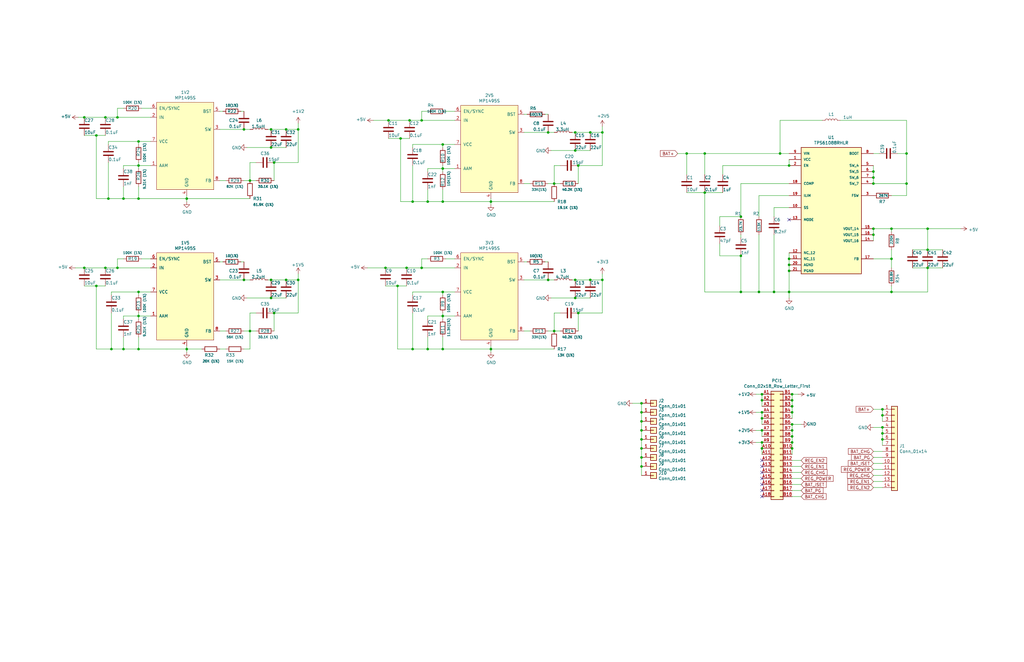
<source format=kicad_sch>
(kicad_sch (version 20211123) (generator eeschema)
  (paper "User" 431.8 279.4)
  (title_block (title "Fpga-USB3-Collector (DDR3_2G)"))
  (junction (at 58.42 123.19))
  (junction (at 243.84 69.85))
  (junction (at 45.72 83.82))
  (junction (at 270.51 181.61))
  (junction (at 297.18 64.77))
  (junction (at 102.87 118.11))
  (junction (at 254 55.88))
  (junction (at 391.16 113.03))
  (junction (at 332.74 109.22))
  (junction (at 180.34 147.32))
  (junction (at 254 118.11))
  (junction (at 334.01 181.61))
  (junction (at 115.57 68.58))
  (junction (at 58.42 59.69))
  (junction (at 167.64 120.65))
  (junction (at 186.69 60.96))
  (junction (at 320.04 123.19))
  (junction (at 372.11 172.72))
  (junction (at 186.69 71.12))
  (junction (at 243.84 132.08))
  (junction (at 231.14 55.88))
  (junction (at 372.11 185.42))
  (junction (at 382.27 64.77))
  (junction (at 270.51 170.18))
  (junction (at 171.45 113.03))
  (junction (at 312.42 91.44))
  (junction (at 334.01 168.91))
  (junction (at 242.57 55.88))
  (junction (at 391.16 105.41))
  (junction (at 321.31 173.99))
  (junction (at 375.92 123.19))
  (junction (at 321.31 168.91))
  (junction (at 270.51 177.8))
  (junction (at 46.99 147.32))
  (junction (at 58.42 83.82))
  (junction (at 44.45 113.03))
  (junction (at 168.91 58.42))
  (junction (at 207.01 85.09))
  (junction (at 334.01 166.37))
  (junction (at 173.99 147.32))
  (junction (at 207.01 147.32))
  (junction (at 382.27 77.47))
  (junction (at 49.53 113.03))
  (junction (at 270.51 193.04))
  (junction (at 321.31 166.37))
  (junction (at 321.31 189.23))
  (junction (at 114.3 62.23))
  (junction (at 242.57 63.5))
  (junction (at 270.51 189.23))
  (junction (at 332.74 114.3))
  (junction (at 172.72 50.8))
  (junction (at 231.14 118.11))
  (junction (at 35.56 49.53))
  (junction (at 177.8 113.03))
  (junction (at 375.92 109.22))
  (junction (at 40.64 57.15))
  (junction (at 78.74 147.32))
  (junction (at 44.45 49.53))
  (junction (at 114.3 125.73))
  (junction (at 120.65 118.11))
  (junction (at 368.3 99.06))
  (junction (at 186.69 133.35))
  (junction (at 58.42 147.32))
  (junction (at 372.11 175.26))
  (junction (at 326.39 123.19))
  (junction (at 332.74 69.85))
  (junction (at 321.31 181.61))
  (junction (at 334.01 184.15))
  (junction (at 334.01 189.23))
  (junction (at 270.51 173.99))
  (junction (at 186.69 147.32))
  (junction (at 52.07 147.32))
  (junction (at 297.18 81.28))
  (junction (at 78.74 83.82))
  (junction (at 375.92 96.52))
  (junction (at 242.57 118.11))
  (junction (at 372.11 182.88))
  (junction (at 105.41 76.2))
  (junction (at 321.31 186.69))
  (junction (at 270.51 185.42))
  (junction (at 334.01 173.99))
  (junction (at 186.69 123.19))
  (junction (at 289.56 64.77))
  (junction (at 162.56 113.03))
  (junction (at 58.42 69.85))
  (junction (at 368.3 77.47))
  (junction (at 328.93 64.77))
  (junction (at 368.3 96.52))
  (junction (at 248.92 55.88))
  (junction (at 102.87 54.61))
  (junction (at 105.41 139.7))
  (junction (at 233.68 77.47))
  (junction (at 114.3 118.11))
  (junction (at 177.8 50.8))
  (junction (at 334.01 171.45))
  (junction (at 52.07 83.82))
  (junction (at 332.74 123.19))
  (junction (at 186.69 85.09))
  (junction (at 332.74 111.76))
  (junction (at 270.51 196.85))
  (junction (at 58.42 133.35))
  (junction (at 173.99 85.09))
  (junction (at 125.73 118.11))
  (junction (at 233.68 139.7))
  (junction (at 312.42 107.95))
  (junction (at 35.56 113.03))
  (junction (at 372.11 180.34))
  (junction (at 368.3 74.93))
  (junction (at 115.57 132.08))
  (junction (at 40.64 120.65))
  (junction (at 368.3 72.39))
  (junction (at 334.01 179.07))
  (junction (at 180.34 85.09))
  (junction (at 242.57 125.73))
  (junction (at 120.65 54.61))
  (junction (at 334.01 186.69))
  (junction (at 125.73 54.61))
  (junction (at 49.53 49.53))
  (junction (at 312.42 123.19))
  (junction (at 163.83 50.8))
  (junction (at 114.3 54.61))
  (junction (at 248.92 118.11))
  (junction (at 321.31 176.53))
  (junction (at 391.16 96.52))
  (no_connect (at 321.31 204.47))
  (no_connect (at 321.31 196.85))
  (no_connect (at 321.31 201.93))
  (no_connect (at 321.31 194.31))
  (no_connect (at 321.31 209.55))
  (no_connect (at 332.74 92.71))
  (no_connect (at 321.31 199.39))
  (no_connect (at 321.31 207.01))
  (wire (pts (xy 326.39 87.63) (xy 326.39 91.44)))
  (wire (pts (xy 378.46 64.77) (xy 382.27 64.77)))
  (wire (pts (xy 58.42 123.19) (xy 63.5 123.19)))
  (wire (pts (xy 33.02 49.53) (xy 35.56 49.53)))
  (wire (pts (xy 35.56 49.53) (xy 44.45 49.53)))
  (wire (pts (xy 125.73 68.58) (xy 125.73 54.61)))
  (wire (pts (xy 180.34 71.12) (xy 180.34 72.39)))
  (wire (pts (xy 46.99 132.08) (xy 46.99 147.32)))
  (wire (pts (xy 297.18 64.77) (xy 289.56 64.77)))
  (wire (pts (xy 40.64 120.65) (xy 44.45 120.65)))
  (wire (pts (xy 270.51 185.42) (xy 270.51 189.23)))
  (wire (pts (xy 332.74 109.22) (xy 332.74 111.76)))
  (wire (pts (xy 101.6 110.49) (xy 102.87 110.49)))
  (wire (pts (xy 58.42 142.24) (xy 58.42 147.32)))
  (wire (pts (xy 334.01 189.23) (xy 334.01 191.77)))
  (wire (pts (xy 321.31 176.53) (xy 321.31 179.07)))
  (wire (pts (xy 154.94 113.03) (xy 162.56 113.03)))
  (wire (pts (xy 162.56 113.03) (xy 171.45 113.03)))
  (wire (pts (xy 105.41 139.7) (xy 105.41 132.08)))
  (wire (pts (xy 104.14 125.73) (xy 114.3 125.73)))
  (wire (pts (xy 114.3 125.73) (xy 120.65 125.73)))
  (wire (pts (xy 92.71 139.7) (xy 95.25 139.7)))
  (wire (pts (xy 231.14 55.88) (xy 233.68 55.88)))
  (wire (pts (xy 105.41 76.2) (xy 107.95 76.2)))
  (wire (pts (xy 368.3 69.85) (xy 368.3 72.39)))
  (wire (pts (xy 105.41 132.08) (xy 107.95 132.08)))
  (wire (pts (xy 173.99 123.19) (xy 173.99 124.46)))
  (wire (pts (xy 49.53 49.53) (xy 63.5 49.53)))
  (wire (pts (xy 52.07 142.24) (xy 52.07 147.32)))
  (wire (pts (xy 368.3 74.93) (xy 368.3 77.47)))
  (wire (pts (xy 45.72 59.69) (xy 45.72 60.96)))
  (wire (pts (xy 243.84 139.7) (xy 243.84 132.08)))
  (wire (pts (xy 337.82 204.47) (xy 334.01 204.47)))
  (wire (pts (xy 270.51 170.18) (xy 270.51 173.99)))
  (wire (pts (xy 334.01 186.69) (xy 334.01 189.23)))
  (wire (pts (xy 177.8 46.99) (xy 180.34 46.99)))
  (wire (pts (xy 312.42 107.95) (xy 312.42 123.19)))
  (wire (pts (xy 180.34 142.24) (xy 180.34 147.32)))
  (wire (pts (xy 254 69.85) (xy 254 55.88)))
  (wire (pts (xy 332.74 69.85) (xy 304.8 69.85)))
  (wire (pts (xy 172.72 50.8) (xy 177.8 50.8)))
  (wire (pts (xy 231.14 139.7) (xy 233.68 139.7)))
  (wire (pts (xy 102.87 76.2) (xy 105.41 76.2)))
  (wire (pts (xy 92.71 147.32) (xy 95.25 147.32)))
  (wire (pts (xy 254 132.08) (xy 254 118.11)))
  (wire (pts (xy 233.68 77.47) (xy 233.68 69.85)))
  (wire (pts (xy 102.87 118.11) (xy 105.41 118.11)))
  (wire (pts (xy 177.8 50.8) (xy 177.8 46.99)))
  (wire (pts (xy 115.57 139.7) (xy 115.57 132.08)))
  (wire (pts (xy 368.3 200.66) (xy 372.11 200.66)))
  (wire (pts (xy 337.82 196.85) (xy 334.01 196.85)))
  (wire (pts (xy 326.39 99.06) (xy 326.39 123.19)))
  (wire (pts (xy 92.71 46.99) (xy 93.98 46.99)))
  (wire (pts (xy 45.72 68.58) (xy 45.72 83.82)))
  (wire (pts (xy 297.18 73.66) (xy 297.18 64.77)))
  (wire (pts (xy 303.53 107.95) (xy 312.42 107.95)))
  (wire (pts (xy 168.91 58.42) (xy 172.72 58.42)))
  (wire (pts (xy 115.57 68.58) (xy 125.73 68.58)))
  (wire (pts (xy 382.27 64.77) (xy 382.27 77.47)))
  (wire (pts (xy 337.82 199.39) (xy 334.01 199.39)))
  (wire (pts (xy 289.56 64.77) (xy 285.75 64.77)))
  (wire (pts (xy 105.41 76.2) (xy 105.41 68.58)))
  (wire (pts (xy 157.48 50.8) (xy 163.83 50.8)))
  (wire (pts (xy 163.83 50.8) (xy 172.72 50.8)))
  (wire (pts (xy 233.68 139.7) (xy 233.68 132.08)))
  (wire (pts (xy 187.96 109.22) (xy 191.77 109.22)))
  (wire (pts (xy 207.01 147.32) (xy 233.68 147.32)))
  (wire (pts (xy 334.01 168.91) (xy 334.01 171.45)))
  (wire (pts (xy 375.92 105.41) (xy 375.92 109.22)))
  (wire (pts (xy 382.27 77.47) (xy 382.27 82.55)))
  (wire (pts (xy 346.71 50.8) (xy 328.93 50.8)))
  (wire (pts (xy 375.92 96.52) (xy 391.16 96.52)))
  (wire (pts (xy 334.01 184.15) (xy 334.01 186.69)))
  (wire (pts (xy 186.69 133.35) (xy 186.69 134.62)))
  (wire (pts (xy 63.5 133.35) (xy 58.42 133.35)))
  (wire (pts (xy 52.07 147.32) (xy 58.42 147.32)))
  (wire (pts (xy 78.74 85.09) (xy 78.74 83.82)))
  (wire (pts (xy 233.68 69.85) (xy 236.22 69.85)))
  (wire (pts (xy 191.77 60.96) (xy 186.69 60.96)))
  (wire (pts (xy 180.34 85.09) (xy 173.99 85.09)))
  (wire (pts (xy 58.42 132.08) (xy 58.42 133.35)))
  (wire (pts (xy 115.57 132.08) (xy 125.73 132.08)))
  (wire (pts (xy 125.73 54.61) (xy 125.73 52.07)))
  (wire (pts (xy 187.96 46.99) (xy 191.77 46.99)))
  (wire (pts (xy 186.69 71.12) (xy 180.34 71.12)))
  (wire (pts (xy 220.98 77.47) (xy 223.52 77.47)))
  (wire (pts (xy 40.64 120.65) (xy 40.64 147.32)))
  (wire (pts (xy 334.01 173.99) (xy 334.01 176.53)))
  (wire (pts (xy 125.73 118.11) (xy 125.73 115.57)))
  (wire (pts (xy 320.04 123.19) (xy 326.39 123.19)))
  (wire (pts (xy 334.01 166.37) (xy 334.01 168.91)))
  (wire (pts (xy 186.69 85.09) (xy 207.01 85.09)))
  (wire (pts (xy 368.3 203.2) (xy 372.11 203.2)))
  (wire (pts (xy 102.87 147.32) (xy 105.41 147.32)))
  (wire (pts (xy 229.87 110.49) (xy 231.14 110.49)))
  (wire (pts (xy 167.64 120.65) (xy 167.64 147.32)))
  (wire (pts (xy 368.3 190.5) (xy 372.11 190.5)))
  (wire (pts (xy 58.42 59.69) (xy 58.42 60.96)))
  (wire (pts (xy 318.77 166.37) (xy 321.31 166.37)))
  (wire (pts (xy 220.98 110.49) (xy 222.25 110.49)))
  (wire (pts (xy 321.31 181.61) (xy 321.31 184.15)))
  (wire (pts (xy 63.5 59.69) (xy 58.42 59.69)))
  (wire (pts (xy 297.18 81.28) (xy 297.18 123.19)))
  (wire (pts (xy 233.68 77.47) (xy 236.22 77.47)))
  (wire (pts (xy 173.99 85.09) (xy 173.99 69.85)))
  (wire (pts (xy 186.69 71.12) (xy 186.69 72.39)))
  (wire (pts (xy 191.77 123.19) (xy 186.69 123.19)))
  (wire (pts (xy 186.69 80.01) (xy 186.69 85.09)))
  (wire (pts (xy 321.31 168.91) (xy 321.31 171.45)))
  (wire (pts (xy 368.3 96.52) (xy 368.3 99.06)))
  (wire (pts (xy 232.41 63.5) (xy 242.57 63.5)))
  (wire (pts (xy 242.57 63.5) (xy 248.92 63.5)))
  (wire (pts (xy 167.64 147.32) (xy 173.99 147.32)))
  (wire (pts (xy 303.53 102.87) (xy 303.53 107.95)))
  (wire (pts (xy 321.31 166.37) (xy 321.31 168.91)))
  (wire (pts (xy 177.8 113.03) (xy 177.8 109.22)))
  (wire (pts (xy 332.74 67.31) (xy 332.74 69.85)))
  (wire (pts (xy 312.42 99.06) (xy 312.42 100.33)))
  (wire (pts (xy 173.99 147.32) (xy 180.34 147.32)))
  (wire (pts (xy 337.82 209.55) (xy 334.01 209.55)))
  (wire (pts (xy 321.31 186.69) (xy 321.31 189.23)))
  (wire (pts (xy 332.74 77.47) (xy 312.42 77.47)))
  (wire (pts (xy 312.42 123.19) (xy 320.04 123.19)))
  (wire (pts (xy 52.07 69.85) (xy 52.07 71.12)))
  (wire (pts (xy 254 118.11) (xy 254 115.57)))
  (wire (pts (xy 49.53 113.03) (xy 49.53 109.22)))
  (wire (pts (xy 52.07 78.74) (xy 52.07 83.82)))
  (wire (pts (xy 254 55.88) (xy 254 53.34)))
  (wire (pts (xy 35.56 120.65) (xy 40.64 120.65)))
  (wire (pts (xy 186.69 133.35) (xy 180.34 133.35)))
  (wire (pts (xy 173.99 60.96) (xy 186.69 60.96)))
  (wire (pts (xy 207.01 148.59) (xy 207.01 147.32)))
  (wire (pts (xy 337.82 201.93) (xy 334.01 201.93)))
  (wire (pts (xy 44.45 113.03) (xy 49.53 113.03)))
  (wire (pts (xy 372.11 175.26) (xy 372.11 177.8)))
  (wire (pts (xy 233.68 139.7) (xy 236.22 139.7)))
  (wire (pts (xy 78.74 148.59) (xy 78.74 147.32)))
  (wire (pts (xy 368.3 64.77) (xy 370.84 64.77)))
  (wire (pts (xy 375.92 123.19) (xy 391.16 123.19)))
  (wire (pts (xy 105.41 68.58) (xy 107.95 68.58)))
  (wire (pts (xy 163.83 58.42) (xy 168.91 58.42)))
  (wire (pts (xy 368.3 180.34) (xy 372.11 180.34)))
  (wire (pts (xy 334.01 171.45) (xy 334.01 173.99)))
  (wire (pts (xy 58.42 123.19) (xy 58.42 124.46)))
  (wire (pts (xy 63.5 69.85) (xy 58.42 69.85)))
  (wire (pts (xy 318.77 186.69) (xy 321.31 186.69)))
  (wire (pts (xy 113.03 118.11) (xy 114.3 118.11)))
  (wire (pts (xy 114.3 118.11) (xy 120.65 118.11)))
  (wire (pts (xy 120.65 118.11) (xy 125.73 118.11)))
  (wire (pts (xy 318.77 181.61) (xy 321.31 181.61)))
  (wire (pts (xy 125.73 132.08) (xy 125.73 118.11)))
  (wire (pts (xy 232.41 125.73) (xy 242.57 125.73)))
  (wire (pts (xy 242.57 125.73) (xy 248.92 125.73)))
  (wire (pts (xy 368.3 109.22) (xy 375.92 109.22)))
  (wire (pts (xy 229.87 48.26) (xy 231.14 48.26)))
  (wire (pts (xy 372.11 182.88) (xy 372.11 185.42)))
  (wire (pts (xy 303.53 91.44) (xy 303.53 95.25)))
  (wire (pts (xy 368.3 193.04) (xy 372.11 193.04)))
  (wire (pts (xy 337.82 194.31) (xy 334.01 194.31)))
  (wire (pts (xy 336.55 166.37) (xy 334.01 166.37)))
  (wire (pts (xy 46.99 123.19) (xy 58.42 123.19)))
  (wire (pts (xy 304.8 69.85) (xy 304.8 73.66)))
  (wire (pts (xy 58.42 69.85) (xy 58.42 71.12)))
  (wire (pts (xy 326.39 123.19) (xy 332.74 123.19)))
  (wire (pts (xy 59.69 45.72) (xy 63.5 45.72)))
  (wire (pts (xy 167.64 120.65) (xy 171.45 120.65)))
  (wire (pts (xy 180.34 80.01) (xy 180.34 85.09)))
  (wire (pts (xy 270.51 170.18) (xy 266.7 170.18)))
  (wire (pts (xy 332.74 64.77) (xy 328.93 64.77)))
  (wire (pts (xy 40.64 57.15) (xy 44.45 57.15)))
  (wire (pts (xy 180.34 85.09) (xy 186.69 85.09)))
  (wire (pts (xy 186.69 60.96) (xy 186.69 62.23)))
  (wire (pts (xy 186.69 142.24) (xy 186.69 147.32)))
  (wire (pts (xy 177.8 109.22) (xy 180.34 109.22)))
  (wire (pts (xy 375.92 123.19) (xy 375.92 120.65)))
  (wire (pts (xy 173.99 132.08) (xy 173.99 147.32)))
  (wire (pts (xy 78.74 82.55) (xy 78.74 83.82)))
  (wire (pts (xy 231.14 118.11) (xy 233.68 118.11)))
  (wire (pts (xy 318.77 173.99) (xy 321.31 173.99)))
  (wire (pts (xy 58.42 68.58) (xy 58.42 69.85)))
  (wire (pts (xy 243.84 77.47) (xy 243.84 69.85)))
  (wire (pts (xy 368.3 96.52) (xy 375.92 96.52)))
  (wire (pts (xy 391.16 105.41) (xy 397.51 105.41)))
  (wire (pts (xy 303.53 91.44) (xy 312.42 91.44)))
  (wire (pts (xy 270.51 173.99) (xy 270.51 177.8)))
  (wire (pts (xy 115.57 76.2) (xy 115.57 68.58)))
  (wire (pts (xy 162.56 120.65) (xy 167.64 120.65)))
  (wire (pts (xy 354.33 50.8) (xy 382.27 50.8)))
  (wire (pts (xy 40.64 147.32) (xy 46.99 147.32)))
  (wire (pts (xy 58.42 59.69) (xy 45.72 59.69)))
  (wire (pts (xy 171.45 113.03) (xy 177.8 113.03)))
  (wire (pts (xy 320.04 99.06) (xy 320.04 123.19)))
  (wire (pts (xy 270.51 193.04) (xy 270.51 196.85)))
  (wire (pts (xy 177.8 113.03) (xy 191.77 113.03)))
  (wire (pts (xy 92.71 110.49) (xy 93.98 110.49)))
  (wire (pts (xy 372.11 185.42) (xy 372.11 187.96)))
  (wire (pts (xy 52.07 133.35) (xy 58.42 133.35)))
  (wire (pts (xy 207.01 83.82) (xy 207.01 85.09)))
  (wire (pts (xy 382.27 82.55) (xy 375.92 82.55)))
  (wire (pts (xy 241.3 118.11) (xy 242.57 118.11)))
  (wire (pts (xy 242.57 118.11) (xy 248.92 118.11)))
  (wire (pts (xy 248.92 118.11) (xy 254 118.11)))
  (wire (pts (xy 233.68 132.08) (xy 236.22 132.08)))
  (wire (pts (xy 372.11 180.34) (xy 372.11 182.88)))
  (wire (pts (xy 46.99 147.32) (xy 52.07 147.32)))
  (wire (pts (xy 332.74 82.55) (xy 320.04 82.55)))
  (wire (pts (xy 304.8 81.28) (xy 297.18 81.28)))
  (wire (pts (xy 289.56 73.66) (xy 289.56 64.77)))
  (wire (pts (xy 177.8 50.8) (xy 191.77 50.8)))
  (wire (pts (xy 105.41 139.7) (xy 107.95 139.7)))
  (wire (pts (xy 332.74 125.73) (xy 332.74 123.19)))
  (wire (pts (xy 405.13 96.52) (xy 391.16 96.52)))
  (wire (pts (xy 78.74 146.05) (xy 78.74 147.32)))
  (wire (pts (xy 49.53 45.72) (xy 52.07 45.72)))
  (wire (pts (xy 270.51 177.8) (xy 270.51 181.61)))
  (wire (pts (xy 168.91 85.09) (xy 173.99 85.09)))
  (wire (pts (xy 31.75 113.03) (xy 35.56 113.03)))
  (wire (pts (xy 35.56 113.03) (xy 44.45 113.03)))
  (wire (pts (xy 58.42 78.74) (xy 58.42 83.82)))
  (wire (pts (xy 186.69 69.85) (xy 186.69 71.12)))
  (wire (pts (xy 231.14 77.47) (xy 233.68 77.47)))
  (wire (pts (xy 186.69 123.19) (xy 186.69 124.46)))
  (wire (pts (xy 243.84 69.85) (xy 254 69.85)))
  (wire (pts (xy 270.51 189.23) (xy 270.51 193.04)))
  (wire (pts (xy 368.3 101.6) (xy 368.3 99.06)))
  (wire (pts (xy 191.77 71.12) (xy 186.69 71.12)))
  (wire (pts (xy 191.77 133.35) (xy 186.69 133.35)))
  (wire (pts (xy 40.64 83.82) (xy 45.72 83.82)))
  (wire (pts (xy 102.87 54.61) (xy 105.41 54.61)))
  (wire (pts (xy 312.42 77.47) (xy 312.42 91.44)))
  (wire (pts (xy 334.01 179.07) (xy 334.01 181.61)))
  (wire (pts (xy 59.69 109.22) (xy 63.5 109.22)))
  (wire (pts (xy 44.45 49.53) (xy 49.53 49.53)))
  (wire (pts (xy 375.92 109.22) (xy 375.92 113.03)))
  (wire (pts (xy 52.07 83.82) (xy 58.42 83.82)))
  (wire (pts (xy 368.3 77.47) (xy 382.27 77.47)))
  (wire (pts (xy 368.3 198.12) (xy 372.11 198.12)))
  (wire (pts (xy 382.27 50.8) (xy 382.27 64.77)))
  (wire (pts (xy 328.93 50.8) (xy 328.93 64.77)))
  (wire (pts (xy 78.74 147.32) (xy 85.09 147.32)))
  (wire (pts (xy 320.04 82.55) (xy 320.04 91.44)))
  (wire (pts (xy 220.98 48.26) (xy 222.25 48.26)))
  (wire (pts (xy 92.71 54.61) (xy 102.87 54.61)))
  (wire (pts (xy 391.16 113.03) (xy 391.16 123.19)))
  (wire (pts (xy 45.72 83.82) (xy 52.07 83.82)))
  (wire (pts (xy 180.34 133.35) (xy 180.34 134.62)))
  (wire (pts (xy 58.42 133.35) (xy 58.42 134.62)))
  (wire (pts (xy 334.01 181.61) (xy 334.01 184.15)))
  (wire (pts (xy 46.99 123.19) (xy 46.99 124.46)))
  (wire (pts (xy 332.74 114.3) (xy 332.74 123.19)))
  (wire (pts (xy 397.51 113.03) (xy 391.16 113.03)))
  (wire (pts (xy 49.53 49.53) (xy 49.53 45.72)))
  (wire (pts (xy 92.71 118.11) (xy 102.87 118.11)))
  (wire (pts (xy 113.03 54.61) (xy 114.3 54.61)))
  (wire (pts (xy 114.3 54.61) (xy 120.65 54.61)))
  (wire (pts (xy 120.65 54.61) (xy 125.73 54.61)))
  (wire (pts (xy 168.91 58.42) (xy 168.91 85.09)))
  (wire (pts (xy 105.41 147.32) (xy 105.41 139.7)))
  (wire (pts (xy 35.56 57.15) (xy 40.64 57.15)))
  (wire (pts (xy 49.53 113.03) (xy 63.5 113.03)))
  (wire (pts (xy 368.3 195.58) (xy 372.11 195.58)))
  (wire (pts (xy 270.51 181.61) (xy 270.51 185.42)))
  (wire (pts (xy 58.42 147.32) (xy 78.74 147.32)))
  (wire (pts (xy 241.3 55.88) (xy 242.57 55.88)))
  (wire (pts (xy 242.57 55.88) (xy 248.92 55.88)))
  (wire (pts (xy 248.92 55.88) (xy 254 55.88)))
  (wire (pts (xy 186.69 147.32) (xy 207.01 147.32)))
  (wire (pts (xy 368.3 72.39) (xy 368.3 74.93)))
  (wire (pts (xy 384.81 105.41) (xy 391.16 105.41)))
  (wire (pts (xy 207.01 146.05) (xy 207.01 147.32)))
  (wire (pts (xy 220.98 55.88) (xy 231.14 55.88)))
  (wire (pts (xy 375.92 123.19) (xy 332.74 123.19)))
  (wire (pts (xy 58.42 69.85) (xy 52.07 69.85)))
  (wire (pts (xy 180.34 147.32) (xy 186.69 147.32)))
  (wire (pts (xy 270.51 196.85) (xy 270.51 200.66)))
  (wire (pts (xy 104.14 62.23) (xy 114.3 62.23)))
  (wire (pts (xy 114.3 62.23) (xy 120.65 62.23)))
  (wire (pts (xy 337.82 207.01) (xy 334.01 207.01)))
  (wire (pts (xy 368.3 172.72) (xy 372.11 172.72)))
  (wire (pts (xy 173.99 62.23) (xy 173.99 60.96)))
  (wire (pts (xy 102.87 139.7) (xy 105.41 139.7)))
  (wire (pts (xy 297.18 123.19) (xy 312.42 123.19)))
  (wire (pts (xy 207.01 86.36) (xy 207.01 85.09)))
  (wire (pts (xy 384.81 113.03) (xy 391.16 113.03)))
  (wire (pts (xy 391.16 105.41) (xy 391.16 96.52)))
  (wire (pts (xy 321.31 173.99) (xy 321.31 176.53)))
  (wire (pts (xy 332.74 106.68) (xy 332.74 109.22)))
  (wire (pts (xy 297.18 81.28) (xy 289.56 81.28)))
  (wire (pts (xy 372.11 172.72) (xy 372.11 175.26)))
  (wire (pts (xy 321.31 189.23) (xy 321.31 191.77)))
  (wire (pts (xy 101.6 46.99) (xy 102.87 46.99)))
  (wire (pts (xy 243.84 132.08) (xy 254 132.08)))
  (wire (pts (xy 78.74 83.82) (xy 105.41 83.82)))
  (wire (pts (xy 40.64 57.15) (xy 40.64 83.82)))
  (wire (pts (xy 207.01 85.09) (xy 233.68 85.09)))
  (wire (pts (xy 49.53 109.22) (xy 52.07 109.22)))
  (wire (pts (xy 334.01 179.07) (xy 337.82 179.07)))
  (wire (pts (xy 368.3 205.74) (xy 372.11 205.74)))
  (wire (pts (xy 220.98 139.7) (xy 223.52 139.7)))
  (wire (pts (xy 220.98 118.11) (xy 231.14 118.11)))
  (wire (pts (xy 375.92 96.52) (xy 375.92 97.79)))
  (wire (pts (xy 52.07 133.35) (xy 52.07 134.62)))
  (wire (pts (xy 328.93 64.77) (xy 297.18 64.77)))
  (wire (pts (xy 186.69 123.19) (xy 173.99 123.19)))
  (wire (pts (xy 58.42 83.82) (xy 78.74 83.82)))
  (wire (pts (xy 92.71 76.2) (xy 95.25 76.2)))
  (wire (pts (xy 332.74 111.76) (xy 332.74 114.3)))
  (wire (pts (xy 186.69 132.08) (xy 186.69 133.35)))
  (wire (pts (xy 332.74 87.63) (xy 326.39 87.63)))
  (global_label "BAT_ISET" (shape input) (at 337.82 204.47 0) (property "Intersheet References" "${INTERSHEET_REFS}" (effects hide)))
  (global_label "REG_POWER" (shape input) (at 368.3 198.12 180) (property "Intersheet References" "${INTERSHEET_REFS}" (effects hide)))
  (global_label "REG_CHG" (shape input) (at 337.82 199.39 0) (property "Intersheet References" "${INTERSHEET_REFS}" (effects hide)))
  (global_label "REG_CHG" (shape input) (at 368.3 200.66 180) (property "Intersheet References" "${INTERSHEET_REFS}" (effects hide)))
  (global_label "BAT_CHG" (shape input) (at 337.82 209.55 0) (property "Intersheet References" "${INTERSHEET_REFS}" (effects hide)))
  (global_label "BAT+" (shape input) (at 368.3 172.72 180) (property "Intersheet References" "${INTERSHEET_REFS}" (effects hide)))
  (global_label "BAT_PG" (shape input) (at 337.82 207.01 0) (property "Intersheet References" "${INTERSHEET_REFS}" (effects hide)))
  (global_label "REG_POWER" (shape input) (at 337.82 201.93 0) (property "Intersheet References" "${INTERSHEET_REFS}" (effects hide)))
  (global_label "BAT+" (shape input) (at 285.75 64.77 180) (property "Intersheet References" "${INTERSHEET_REFS}" (effects hide)))
  (global_label "BAT_PG" (shape input) (at 368.3 193.04 180) (property "Intersheet References" "${INTERSHEET_REFS}" (effects hide)))
  (global_label "REG_EN1" (shape input) (at 368.3 203.2 180) (property "Intersheet References" "${INTERSHEET_REFS}" (effects hide)))
  (global_label "BAT_CHG" (shape input) (at 368.3 190.5 180) (property "Intersheet References" "${INTERSHEET_REFS}" (effects hide)))
  (global_label "BAT_ISET" (shape input) (at 368.3 195.58 180) (property "Intersheet References" "${INTERSHEET_REFS}" (effects hide)))
  (global_label "REG_EN1" (shape input) (at 337.82 196.85 0) (property "Intersheet References" "${INTERSHEET_REFS}" (effects hide)))
  (global_label "REG_EN2" (shape input) (at 368.3 205.74 180) (property "Intersheet References" "${INTERSHEET_REFS}" (effects hide)))
  (global_label "REG_EN2" (shape input) (at 337.82 194.31 0) (property "Intersheet References" "${INTERSHEET_REFS}" (effects hide)))
  (symbol (lib_id "TPS61088RHLR:TPS61088RHLR") (at 350.52 87.63 0) (unit 1)
    (property "Reference" "U1" (at 350.52 57.9882 0))
    (property "Value" "TPS61088RHLR" (at 350.52 60.2996 0))
    (property "Footprint" "IC_TPS61088RHLR" (effects hide))
    (property "MAXIMUM_PACKAGE_HEIGHT" "1.00mm" (effects hide))
    (property "STANDARD" "Manufacturer Recommendations" (effects hide))
    (property "PARTREV" "4219071/A 05/2017" (effects hide))
    (property "MANUFACTURER" "Texas Instruments" (effects hide))
  )
  (symbol (lib_id "PCI:PCIx1") (at 327.66 186.69 0) (unit 1)
    (property "Reference" "PCI1" (at 327.66 160.655 0))
    (property "Value" "Conn_02x18_Row_Letter_First" (at 327.66 162.9664 0))
    (property "Footprint" "Connector_PCBEdge:BUS_PCIexpress_x1" (effects hide))
  )
  (symbol (lib_id "Device:C") (at 297.18 77.47 0) (unit 1)
    (property "Reference" "C2" (at 297.18 74.93 0) (effects (justify left)))
    (property "Value" "0.1uF" (at 297.18 80.01 0) (effects (justify left)))
    (property "Footprint" "Capacitor_SMD:C_0402_1005Metric" (effects hide))
  )
  (symbol (lib_id "Device:C") (at 289.56 77.47 0) (unit 1)
    (property "Reference" "C1" (at 289.56 74.93 0) (effects (justify left)))
    (property "Value" "10uF" (at 289.56 80.01 0) (effects (justify left)))
    (property "Footprint" "Capacitor_SMD:C_0603_1608Metric" (effects hide))
  )
  (symbol (lib_id "Device:C") (at 304.8 77.47 0) (unit 1)
    (property "Reference" "C4" (at 304.8 74.93 0) (effects (justify left)))
    (property "Value" "1uF" (at 304.8 80.01 0) (effects (justify left)))
    (property "Footprint" "Capacitor_SMD:C_0402_1005Metric" (effects hide))
  )
  (symbol (lib_id "Device:C") (at 303.53 99.06 0) (unit 1)
    (property "Reference" "C3" (at 303.53 96.52 0) (effects (justify left)))
    (property "Value" "47pF" (at 303.53 101.6 0) (effects (justify left)))
    (property "Footprint" "Capacitor_SMD:C_0402_1005Metric" (effects hide))
  )
  (symbol (lib_id "Device:R") (at 312.42 95.25 0) (unit 1)
    (property "Reference" "R1" (at 309.88 90.17 0) (effects (justify left)))
    (property "Value" "23.7K" (at 312.42 97.79 90) (effects (font (size 0.9906 0.9906) bold) (justify left)))
    (property "Footprint" "Resistor_SMD:R_0402_1005Metric" (effects hide))
  )
  (symbol (lib_id "Device:R") (at 320.04 95.25 0) (unit 1)
    (property "Reference" "R2" (at 317.5 90.17 0) (effects (justify left)))
    (property "Value" "113K" (at 320.04 97.79 90) (effects (font (size 0.9906 0.9906) bold) (justify left)))
    (property "Footprint" "Resistor_SMD:R_0402_1005Metric" (effects hide))
  )
  (symbol (lib_id "Device:C") (at 326.39 95.25 0) (unit 1)
    (property "Reference" "C6" (at 326.39 92.71 0) (effects (justify left)))
    (property "Value" "8.2nF" (at 326.39 97.79 0) (effects (justify left)))
    (property "Footprint" "Capacitor_SMD:C_0402_1005Metric" (effects hide))
  )
  (symbol (lib_id "Device:C") (at 397.51 109.22 0) (unit 1)
    (property "Reference" "C42" (at 397.51 106.68 0) (effects (justify left)))
    (property "Value" "22uF" (at 397.51 111.76 0) (effects (justify left)))
    (property "Footprint" "Capacitor_SMD:C_0603_1608Metric" (effects hide))
  )
  (symbol (lib_id "Device:C") (at 312.42 104.14 0) (unit 1)
    (property "Reference" "C5" (at 312.42 101.6 0) (effects (justify left)))
    (property "Value" "1nF" (at 312.42 106.68 0) (effects (justify left)))
    (property "Footprint" "Capacitor_SMD:C_0402_1005Metric" (effects hide))
  )
  (symbol (lib_id "power:+1V2") (at 318.77 166.37 90) (unit 1)
    (property "Reference" "#PWR0105" (effects hide))
    (property "Value" "+1V2" (at 313.69 166.37 90))
  )
  (symbol (lib_id "power:+1V5") (at 318.77 173.99 90) (mirror x) (unit 1)
    (property "Reference" "#PWR0106" (effects hide))
    (property "Value" "+1V5" (at 316.23 173.99 90) (effects (justify left)))
  )
  (symbol (lib_id "power:+2V5") (at 318.77 181.61 90) (unit 1)
    (property "Reference" "#PWR0107" (effects hide))
    (property "Value" "+2V5" (at 313.69 181.61 90))
  )
  (symbol (lib_id "power:+3V3") (at 318.77 186.69 90) (unit 1)
    (property "Reference" "#PWR0108" (effects hide))
    (property "Value" "+3V3" (at 313.69 186.69 90))
  )
  (symbol (lib_id "Connector_Generic:Conn_01x01") (at 275.59 170.18 0) (unit 1)
    (property "Reference" "J2" (at 277.622 169.1132 0) (effects (justify left)))
    (property "Value" "Conn_01x01" (at 277.622 171.4246 0) (effects (justify left)))
    (property "Footprint" "Lib:pad-6-1.5" (effects hide))
  )
  (symbol (lib_id "Connector_Generic:Conn_01x01") (at 275.59 173.99 0) (unit 1)
    (property "Reference" "J3" (at 277.622 172.9232 0) (effects (justify left)))
    (property "Value" "Conn_01x01" (at 277.622 175.2346 0) (effects (justify left)))
    (property "Footprint" "Lib:pad-6-1.5" (effects hide))
  )
  (symbol (lib_id "Device:C") (at 374.65 64.77 90) (unit 1)
    (property "Reference" "C39" (at 372.11 64.77 0) (effects (justify left)))
    (property "Value" "0.1uF" (at 377.19 64.77 0) (effects (justify left)))
    (property "Footprint" "Capacitor_SMD:C_0402_1005Metric" (effects hide))
  )
  (symbol (lib_id "Connector_Generic:Conn_01x01") (at 275.59 177.8 0) (unit 1)
    (property "Reference" "J4" (at 277.622 176.7332 0) (effects (justify left)))
    (property "Value" "Conn_01x01" (at 277.622 179.0446 0) (effects (justify left)))
    (property "Footprint" "Lib:pad-6-1.5" (effects hide))
  )
  (symbol (lib_id "power:+5V") (at 33.02 49.53 90) (unit 1)
    (property "Reference" "#PWR0101" (effects hide))
    (property "Value" "+5V" (at 29.7688 49.149 90) (effects (justify left)))
  )
  (symbol (lib_id "power:+5V") (at 31.75 113.03 90) (unit 1)
    (property "Reference" "#PWR0102" (effects hide))
    (property "Value" "+5V" (at 28.4988 112.649 90) (effects (justify left)))
  )
  (symbol (lib_id "power:+5V") (at 157.48 50.8 90) (unit 1)
    (property "Reference" "#PWR0103" (effects hide))
    (property "Value" "+5V" (at 154.2288 50.419 90) (effects (justify left)))
  )
  (symbol (lib_id "Connector_Generic:Conn_01x01") (at 275.59 181.61 0) (unit 1)
    (property "Reference" "J5" (at 277.622 180.5432 0) (effects (justify left)))
    (property "Value" "Conn_01x01" (at 277.622 182.8546 0) (effects (justify left)))
    (property "Footprint" "Lib:pad-6-1.5" (effects hide))
  )
  (symbol (lib_id "power:+5V") (at 154.94 113.03 90) (unit 1)
    (property "Reference" "#PWR0104" (effects hide))
    (property "Value" "+5V" (at 151.6888 112.649 90) (effects (justify left)))
  )
  (symbol (lib_id "Device:R") (at 372.11 82.55 90) (unit 1)
    (property "Reference" "R7" (at 373.38 85.09 90) (effects (justify left)))
    (property "Value" "267K" (at 374.65 82.55 90) (effects (font (size 0.9906 0.9906) bold) (justify left)))
    (property "Footprint" "Resistor_SMD:R_0402_1005Metric" (effects hide))
  )
  (symbol (lib_id "Connector_Generic:Conn_01x01") (at 275.59 185.42 0) (unit 1)
    (property "Reference" "J6" (at 277.622 184.3532 0) (effects (justify left)))
    (property "Value" "Conn_01x01" (at 277.622 186.6646 0) (effects (justify left)))
    (property "Footprint" "Lib:pad-6-1.5" (effects hide))
  )
  (symbol (lib_id "Connector_Generic:Conn_01x01") (at 275.59 189.23 0) (unit 1)
    (property "Reference" "J7" (at 277.622 188.1632 0) (effects (justify left)))
    (property "Value" "Conn_01x01" (at 277.622 190.4746 0) (effects (justify left)))
    (property "Footprint" "Lib:pad-6-1.5" (effects hide))
  )
  (symbol (lib_id "Connector_Generic:Conn_01x01") (at 275.59 193.04 0) (unit 1)
    (property "Reference" "J8" (at 277.622 191.9732 0) (effects (justify left)))
    (property "Value" "Conn_01x01" (at 277.622 194.2846 0) (effects (justify left)))
    (property "Footprint" "Lib:pad-6-1.5" (effects hide))
  )
  (symbol (lib_id "Device:L") (at 350.52 50.8 90) (unit 1)
    (property "Reference" "L1" (at 351.79 48.26 90) (effects (justify left)))
    (property "Value" "1uH" (at 359.41 49.53 90) (effects (justify left)))
    (property "Footprint" "Inductor_SMD:L_Sunlord_MWSA0518_5.4x5.2mm" (effects hide))
  )
  (symbol (lib_id "Connector_Generic:Conn_01x01") (at 275.59 196.85 0) (unit 1)
    (property "Reference" "J9" (at 277.622 195.7832 0) (effects (justify left)))
    (property "Value" "Conn_01x01" (at 277.622 198.0946 0) (effects (justify left)))
    (property "Footprint" "Lib:pad-6-1.5" (effects hide))
  )
  (symbol (lib_id "Connector_Generic:Conn_01x01") (at 275.59 200.66 0) (unit 1)
    (property "Reference" "J10" (at 277.622 199.5932 0) (effects (justify left)))
    (property "Value" "Conn_01x01" (at 277.622 201.9046 0) (effects (justify left)))
    (property "Footprint" "Lib:pad-6-1.5" (effects hide))
  )
  (symbol (lib_id "power:+5V") (at 336.55 166.37 270) (unit 1)
    (property "Reference" "#PWR0109" (effects hide))
    (property "Value" "+5V" (at 339.8012 166.751 90) (effects (justify left)))
  )
  (symbol (lib_id "power:GND") (at 266.7 170.18 270) (unit 1)
    (property "Reference" "#PWR0112" (effects hide))
    (property "Value" "GND" (at 262.3058 170.307 90))
  )
  (symbol (lib_id "Device:R") (at 375.92 101.6 180) (unit 1)
    (property "Reference" "R8" (at 378.46 100.33 90) (effects (justify left)))
    (property "Value" "220K" (at 375.92 99.06 90) (effects (font (size 0.9906 0.9906) bold) (justify left)))
    (property "Footprint" "Resistor_SMD:R_0402_1005Metric" (effects hide))
  )
  (symbol (lib_id "Device:R") (at 375.92 116.84 180) (unit 1)
    (property "Reference" "R34" (at 378.46 115.57 90) (effects (justify left)))
    (property "Value" "69.8K" (at 375.92 114.3 90) (effects (font (size 0.9906 0.9906) bold) (justify left)))
    (property "Footprint" "Resistor_SMD:R_0402_1005Metric" (effects hide))
  )
  (symbol (lib_id "power:GND") (at 337.82 179.07 90) (unit 1)
    (property "Reference" "#PWR01" (effects hide))
    (property "Value" "GND" (at 342.2142 178.943 90))
  )
  (symbol (lib_id "Device:C") (at 384.81 109.22 0) (unit 1)
    (property "Reference" "C40" (at 384.81 106.68 0) (effects (justify left)))
    (property "Value" "22uF" (at 384.81 111.76 0) (effects (justify left)))
    (property "Footprint" "Capacitor_SMD:C_0603_1608Metric" (effects hide))
  )
  (symbol (lib_id "Device:C") (at 391.16 109.22 0) (unit 1)
    (property "Reference" "C41" (at 391.16 106.68 0) (effects (justify left)))
    (property "Value" "22uF" (at 391.16 111.76 0) (effects (justify left)))
    (property "Footprint" "Capacitor_SMD:C_0603_1608Metric" (effects hide))
  )
  (symbol (lib_id "power:GND") (at 332.74 125.73 0) (unit 1)
    (property "Reference" "#PWR02" (effects hide))
    (property "Value" "GND" (at 332.867 130.1242 0))
  )
  (symbol (lib_id "power:+5V") (at 405.13 96.52 270) (unit 1)
    (property "Reference" "#PWR0110" (effects hide))
    (property "Value" "+5V" (at 408.3812 96.901 90) (effects (justify left)))
  )
  (symbol (lib_id "Connector_Generic:Conn_01x14") (at 377.19 187.96 0) (unit 1)
    (property "Reference" "J1" (at 379.222 188.1632 0) (effects (justify left)))
    (property "Value" "Conn_01x14" (at 379.222 190.4746 0) (effects (justify left)))
    (property "Footprint" "Connector_FFC-FPC:Hirose_FH12-14S-0.5SH_1x14-1MP_P0.50mm_Horizontal" (effects hide))
  )
  (symbol (lib_id "power:GND") (at 368.3 180.34 270) (unit 1)
    (property "Reference" "#PWR0111" (effects hide))
    (property "Value" "GND" (at 363.9058 180.467 90))
  )
  (symbol (lib_id "Device:C") (at 162.56 116.84 0) (unit 1)
    (property "Reference" "C9" (at 162.56 114.3 0) (effects (justify left)))
    (property "Value" "10uF" (at 162.56 119.38 0) (effects (justify left)))
    (property "Footprint" "Capacitor_SMD:C_0603_1608Metric" (effects hide))
  )
  (symbol (lib_id "Device:R") (at 186.69 128.27 0) (unit 1)
    (property "Reference" "R9" (at 186.69 129.54 90) (effects (justify left)))
    (property "Value" "100K (1%)" (at 189.23 132.08 90) (effects (font (size 0.9906 0.9906) bold) (justify left)))
    (property "Footprint" "Resistor_SMD:R_0402_1005Metric" (effects hide))
  )
  (symbol (lib_id "Device:L") (at 237.49 118.11 90) (unit 1)
    (property "Reference" "L3" (at 238.76 114.3 90) (effects (justify left)))
    (property "Value" "4.7uH" (at 240.03 116.84 90) (effects (justify left)))
    (property "Footprint" "Inductor_SMD:L_Sunlord_MWSA0518_5.4x5.2mm" (effects hide))
  )
  (symbol (lib_id "Device:C") (at 171.45 116.84 0) (unit 1)
    (property "Reference" "C10" (at 171.45 114.3 0) (effects (justify left)))
    (property "Value" "0.1uF" (at 171.45 119.38 0) (effects (justify left)))
    (property "Footprint" "Capacitor_SMD:C_0402_1005Metric" (effects hide))
  )
  (symbol (lib_id "Device:C") (at 240.03 132.08 90) (unit 1)
    (property "Reference" "C19" (at 240.03 128.27 90))
    (property "Value" "15pF" (at 243.84 130.81 90))
    (property "Footprint" "Capacitor_SMD:C_0402_1005Metric" (effects hide))
  )
  (symbol (lib_id "Device:C") (at 180.34 138.43 0) (unit 1)
    (property "Reference" "C21" (at 180.34 135.89 0) (effects (justify left)))
    (property "Value" "1nF" (at 180.34 140.97 0) (effects (justify left)))
    (property "Footprint" "Capacitor_SMD:C_0402_1005Metric" (effects hide))
  )
  (symbol (lib_id "Device:C") (at 231.14 114.3 0) (unit 1)
    (property "Reference" "C7" (at 224.79 114.3 0) (effects (justify left)))
    (property "Value" "0.1uF" (at 224.79 116.84 0) (effects (justify left)))
    (property "Footprint" "Capacitor_SMD:C_0402_1005Metric" (effects hide))
  )
  (symbol (lib_id "Device:C") (at 242.57 121.92 0) (unit 1)
    (property "Reference" "C13" (at 242.57 119.38 0) (effects (justify left)))
    (property "Value" "22uF" (at 242.57 124.46 0) (effects (justify left)))
    (property "Footprint" "Capacitor_SMD:C_0603_1608Metric" (effects hide))
  )
  (symbol (lib_id "Device:C") (at 248.92 121.92 0) (unit 1)
    (property "Reference" "C14" (at 248.92 119.38 0) (effects (justify left)))
    (property "Value" "22uF" (at 248.92 124.46 0) (effects (justify left)))
    (property "Footprint" "Capacitor_SMD:C_0603_1608Metric" (effects hide))
  )
  (symbol (lib_id "Device:C") (at 173.99 128.27 0) (unit 1)
    (property "Reference" "C17" (at 173.99 125.73 0) (effects (justify left)))
    (property "Value" "0.1uF" (at 173.99 130.81 0) (effects (justify left)))
    (property "Footprint" "Capacitor_SMD:C_0402_1005Metric" (effects hide))
  )
  (symbol (lib_id "Device:R") (at 184.15 109.22 90) (unit 1)
    (property "Reference" "R3" (at 184.15 109.22 90))
    (property "Value" "100K (1%)" (at 186.69 106.68 90) (effects (font (size 0.9906 0.9906) bold)))
    (property "Footprint" "Resistor_SMD:R_0402_1005Metric" (effects hide))
  )
  (symbol (lib_id "Device:R") (at 240.03 139.7 90) (unit 1)
    (property "Reference" "R14" (at 240.03 139.7 90))
    (property "Value" "40.2K (1%)" (at 241.3 142.24 90) (effects (font (size 0.9906 0.9906) bold)))
    (property "Footprint" "Resistor_SMD:R_0402_1005Metric" (effects hide))
  )
  (symbol (lib_id "Device:R") (at 233.68 143.51 0) (unit 1)
    (property "Reference" "R17" (at 234.95 147.32 0) (effects (justify left)))
    (property "Value" "13K (1%)" (at 234.95 149.86 0) (effects (font (size 0.9906 0.9906) bold) (justify left)))
    (property "Footprint" "Resistor_SMD:R_0402_1005Metric" (effects hide))
  )
  (symbol (lib_id "Device:R") (at 227.33 139.7 90) (unit 1)
    (property "Reference" "R13" (at 227.33 139.7 90))
    (property "Value" "33K(1%)" (at 227.33 142.24 90) (effects (font (size 0.9906 0.9906) bold)))
    (property "Footprint" "Resistor_SMD:R_0402_1005Metric" (effects hide))
  )
  (symbol (lib_id "Device:R") (at 226.06 110.49 90) (unit 1)
    (property "Reference" "R5" (at 226.06 110.49 90))
    (property "Value" "10(1%)" (at 226.06 107.95 90) (effects (font (size 0.9906 0.9906) bold)))
    (property "Footprint" "Resistor_SMD:R_0402_1005Metric" (effects hide))
  )
  (symbol (lib_id "Device:R") (at 186.69 138.43 0) (unit 1)
    (property "Reference" "R11" (at 186.69 140.97 90) (effects (justify left)))
    (property "Value" "11.3K(1%)" (at 189.23 142.24 90) (effects (font (size 0.9906 0.9906) bold) (justify left)))
    (property "Footprint" "Resistor_SMD:R_0402_1005Metric" (effects hide))
  )
  (symbol (lib_id "power:GND") (at 207.01 148.59 0) (unit 1)
    (property "Reference" "#PWR020" (effects hide))
    (property "Value" "GND" (at 207.137 152.9842 0))
  )
  (symbol (lib_id "power:GND") (at 232.41 125.73 270) (unit 1)
    (property "Reference" "#PWR017" (effects hide))
    (property "Value" "GND" (at 228.0158 125.857 90))
  )
  (symbol (lib_id "mp14xx:MP1495S") (at 207.01 123.19 0) (unit 1)
    (property "Reference" "3V3" (at 206.375 102.489 0))
    (property "Value" "MP1495S" (at 206.375 104.8004 0))
    (property "Footprint" "Lib:SOT65P280X100-8N" (effects hide))
    (property "Datasheet" "MP1495SGJ-Z" (effects hide))
  )
  (symbol (lib_id "Device:L") (at 109.22 118.11 90) (unit 1)
    (property "Reference" "L5" (at 110.49 114.3 90) (effects (justify left)))
    (property "Value" "2.2uH" (at 111.76 116.84 90) (effects (justify left)))
    (property "Footprint" "Inductor_SMD:L_Sunlord_MWSA0518_5.4x5.2mm" (effects hide))
  )
  (symbol (lib_id "Device:C") (at 111.76 132.08 90) (unit 1)
    (property "Reference" "C35" (at 111.76 128.27 90))
    (property "Value" "15pF" (at 115.57 130.81 90))
    (property "Footprint" "Capacitor_SMD:C_0402_1005Metric" (effects hide))
  )
  (symbol (lib_id "Device:C") (at 102.87 114.3 0) (unit 1)
    (property "Reference" "C23" (at 96.52 114.3 0) (effects (justify left)))
    (property "Value" "0.1uF" (at 96.52 116.84 0) (effects (justify left)))
    (property "Footprint" "Capacitor_SMD:C_0402_1005Metric" (effects hide))
  )
  (symbol (lib_id "Device:C") (at 114.3 121.92 0) (unit 1)
    (property "Reference" "C29" (at 114.3 119.38 0) (effects (justify left)))
    (property "Value" "22uF" (at 114.3 124.46 0) (effects (justify left)))
    (property "Footprint" "Capacitor_SMD:C_0603_1608Metric" (effects hide))
  )
  (symbol (lib_id "Device:C") (at 120.65 121.92 0) (unit 1)
    (property "Reference" "C30" (at 120.65 119.38 0) (effects (justify left)))
    (property "Value" "22uF" (at 120.65 124.46 0) (effects (justify left)))
    (property "Footprint" "Capacitor_SMD:C_0603_1608Metric" (effects hide))
  )
  (symbol (lib_id "Device:R") (at 111.76 139.7 90) (unit 1)
    (property "Reference" "R28" (at 111.76 139.7 90))
    (property "Value" "30.1K (1%)" (at 113.03 142.24 90) (effects (font (size 0.9906 0.9906) bold)))
    (property "Footprint" "Resistor_SMD:R_0402_1005Metric" (effects hide))
  )
  (symbol (lib_id "Device:R") (at 88.9 147.32 90) (unit 1)
    (property "Reference" "R32" (at 90.17 149.86 90) (effects (justify left)))
    (property "Value" "20K (1%)" (at 92.71 152.4 90) (effects (font (size 0.9906 0.9906) bold) (justify left)))
    (property "Footprint" "Resistor_SMD:R_0402_1005Metric" (effects hide))
  )
  (symbol (lib_id "Device:R") (at 99.06 139.7 90) (unit 1)
    (property "Reference" "R27" (at 99.06 139.7 90))
    (property "Value" "56K (1%)" (at 99.06 142.24 90) (effects (font (size 0.9906 0.9906) bold)))
    (property "Footprint" "Resistor_SMD:R_0402_1005Metric" (effects hide))
  )
  (symbol (lib_id "Device:R") (at 97.79 110.49 90) (unit 1)
    (property "Reference" "R21" (at 97.79 110.49 90))
    (property "Value" "10(1%)" (at 97.79 107.95 90) (effects (font (size 0.9906 0.9906) bold)))
    (property "Footprint" "Resistor_SMD:R_0402_1005Metric" (effects hide))
  )
  (symbol (lib_id "Device:R") (at 58.42 138.43 0) (unit 1)
    (property "Reference" "R25" (at 58.42 140.97 90) (effects (justify left)))
    (property "Value" "9.31K (1%)" (at 60.96 142.24 90) (effects (font (size 0.9906 0.9906) bold) (justify left)))
    (property "Footprint" "Resistor_SMD:R_0402_1005Metric" (effects hide))
  )
  (symbol (lib_id "Device:R") (at 55.88 109.22 90) (unit 1)
    (property "Reference" "R19" (at 55.88 109.22 90))
    (property "Value" "100K (1%)" (at 55.88 106.68 90) (effects (font (size 0.9906 0.9906) bold)))
    (property "Footprint" "Resistor_SMD:R_0402_1005Metric" (effects hide))
  )
  (symbol (lib_id "Device:C") (at 46.99 128.27 0) (unit 1)
    (property "Reference" "C33" (at 46.99 125.73 0) (effects (justify left)))
    (property "Value" "0.1uF" (at 46.99 130.81 0) (effects (justify left)))
    (property "Footprint" "Capacitor_SMD:C_0402_1005Metric" (effects hide))
  )
  (symbol (lib_id "Device:C") (at 52.07 138.43 0) (unit 1)
    (property "Reference" "C37" (at 52.07 135.89 0) (effects (justify left)))
    (property "Value" "1nF" (at 52.07 140.97 0) (effects (justify left)))
    (property "Footprint" "Capacitor_SMD:C_0402_1005Metric" (effects hide))
  )
  (symbol (lib_id "Device:C") (at 44.45 116.84 0) (unit 1)
    (property "Reference" "C26" (at 44.45 114.3 0) (effects (justify left)))
    (property "Value" "0.1uF" (at 44.45 119.38 0) (effects (justify left)))
    (property "Footprint" "Capacitor_SMD:C_0402_1005Metric" (effects hide))
  )
  (symbol (lib_id "Device:R") (at 58.42 128.27 0) (unit 1)
    (property "Reference" "R23" (at 58.42 130.81 90) (effects (justify left)))
    (property "Value" "100K (1%)" (at 60.96 132.08 90) (effects (font (size 0.9906 0.9906) bold) (justify left)))
    (property "Footprint" "Resistor_SMD:R_0402_1005Metric" (effects hide))
  )
  (symbol (lib_id "Device:C") (at 35.56 116.84 0) (unit 1)
    (property "Reference" "C25" (at 35.56 114.3 0) (effects (justify left)))
    (property "Value" "10uF" (at 35.56 119.38 0) (effects (justify left)))
    (property "Footprint" "Capacitor_SMD:C_0603_1608Metric" (effects hide))
  )
  (symbol (lib_id "power:GND") (at 104.14 125.73 270) (unit 1)
    (property "Reference" "#PWR029" (effects hide))
    (property "Value" "GND" (at 99.7458 125.857 90))
  )
  (symbol (lib_id "mp14xx:MP1495S") (at 78.74 123.19 0) (unit 1)
    (property "Reference" "1V5" (at 78.105 102.489 0))
    (property "Value" "MP1495S" (at 78.105 104.8004 0))
    (property "Footprint" "Lib:SOT65P280X100-8N" (effects hide))
    (property "Datasheet" "MP1495SGJ-Z" (effects hide))
  )
  (symbol (lib_id "power:GND") (at 78.74 148.59 0) (unit 1)
    (property "Reference" "#PWR031" (effects hide))
    (property "Value" "GND" (at 78.867 152.9842 0))
  )
  (symbol (lib_id "Device:L") (at 237.49 55.88 90) (unit 1)
    (property "Reference" "L4" (at 238.76 52.07 90) (effects (justify left)))
    (property "Value" "3.3uH" (at 240.03 54.61 90) (effects (justify left)))
    (property "Footprint" "Inductor_SMD:L_Sunlord_MWSA0518_5.4x5.2mm" (effects hide))
  )
  (symbol (lib_id "Device:C") (at 240.03 69.85 90) (unit 1)
    (property "Reference" "C20" (at 240.03 66.04 90))
    (property "Value" "15pF" (at 243.84 68.58 90))
    (property "Footprint" "Capacitor_SMD:C_0402_1005Metric" (effects hide))
  )
  (symbol (lib_id "Device:C") (at 231.14 52.07 0) (unit 1)
    (property "Reference" "C8" (at 224.79 52.07 0) (effects (justify left)))
    (property "Value" "0.1uF" (at 224.79 54.61 0) (effects (justify left)))
    (property "Footprint" "Capacitor_SMD:C_0402_1005Metric" (effects hide))
  )
  (symbol (lib_id "Device:C") (at 242.57 59.69 0) (unit 1)
    (property "Reference" "C15" (at 242.57 57.15 0) (effects (justify left)))
    (property "Value" "22uF" (at 242.57 62.23 0) (effects (justify left)))
    (property "Footprint" "Capacitor_SMD:C_0603_1608Metric" (effects hide))
  )
  (symbol (lib_id "Device:C") (at 248.92 59.69 0) (unit 1)
    (property "Reference" "C16" (at 248.92 57.15 0) (effects (justify left)))
    (property "Value" "22uF" (at 248.92 62.23 0) (effects (justify left)))
    (property "Footprint" "Capacitor_SMD:C_0603_1608Metric" (effects hide))
  )
  (symbol (lib_id "Device:R") (at 240.03 77.47 90) (unit 1)
    (property "Reference" "R16" (at 240.03 77.47 90))
    (property "Value" "40.2K (1%)" (at 241.3 80.01 90) (effects (font (size 0.9906 0.9906) bold)))
    (property "Footprint" "Resistor_SMD:R_0402_1005Metric" (effects hide))
  )
  (symbol (lib_id "Device:R") (at 233.68 81.28 0) (unit 1)
    (property "Reference" "R18" (at 234.95 85.09 0) (effects (justify left)))
    (property "Value" "19.1K (1%)" (at 234.95 87.63 0) (effects (font (size 0.9906 0.9906) bold) (justify left)))
    (property "Footprint" "Resistor_SMD:R_0402_1005Metric" (effects hide))
  )
  (symbol (lib_id "Device:R") (at 227.33 77.47 90) (unit 1)
    (property "Reference" "R15" (at 227.33 77.47 90))
    (property "Value" "33K(1%)" (at 227.33 80.01 90) (effects (font (size 0.9906 0.9906) bold)))
    (property "Footprint" "Resistor_SMD:R_0402_1005Metric" (effects hide))
  )
  (symbol (lib_id "Device:R") (at 226.06 48.26 90) (unit 1)
    (property "Reference" "R6" (at 224.79 45.72 90))
    (property "Value" "10(1%)" (at 226.06 48.26 90) (effects (font (size 0.9906 0.9906) bold)))
    (property "Footprint" "Resistor_SMD:R_0402_1005Metric" (effects hide))
  )
  (symbol (lib_id "Device:R") (at 186.69 76.2 0) (unit 1)
    (property "Reference" "R12" (at 186.69 78.74 90) (effects (justify left)))
    (property "Value" "10K(1%)" (at 189.23 78.74 90) (effects (font (size 0.9906 0.9906) bold) (justify left)))
    (property "Footprint" "Resistor_SMD:R_0402_1005Metric" (effects hide))
  )
  (symbol (lib_id "Device:R") (at 184.15 46.99 90) (unit 1)
    (property "Reference" "R4" (at 181.61 44.45 90))
    (property "Value" "100K (1%)" (at 184.15 46.99 90) (effects (font (size 0.9906 0.9906) bold)))
    (property "Footprint" "Resistor_SMD:R_0402_1005Metric" (effects hide))
  )
  (symbol (lib_id "Device:C") (at 173.99 66.04 0) (unit 1)
    (property "Reference" "C18" (at 173.99 63.5 0) (effects (justify left)))
    (property "Value" "0.1uF" (at 173.99 68.58 0) (effects (justify left)))
    (property "Footprint" "Capacitor_SMD:C_0402_1005Metric" (effects hide))
  )
  (symbol (lib_id "Device:C") (at 180.34 76.2 0) (unit 1)
    (property "Reference" "C22" (at 180.34 73.66 0) (effects (justify left)))
    (property "Value" "1nF" (at 180.34 78.74 0) (effects (justify left)))
    (property "Footprint" "Capacitor_SMD:C_0402_1005Metric" (effects hide))
  )
  (symbol (lib_id "Device:C") (at 172.72 54.61 0) (unit 1)
    (property "Reference" "C12" (at 172.72 52.07 0) (effects (justify left)))
    (property "Value" "0.1uF" (at 172.72 57.15 0) (effects (justify left)))
    (property "Footprint" "Capacitor_SMD:C_0402_1005Metric" (effects hide))
  )
  (symbol (lib_id "Device:R") (at 186.69 66.04 0) (unit 1)
    (property "Reference" "R10" (at 186.69 68.58 90) (effects (justify left)))
    (property "Value" "100K (1%)" (at 189.23 69.85 90) (effects (font (size 0.9906 0.9906) bold) (justify left)))
    (property "Footprint" "Resistor_SMD:R_0402_1005Metric" (effects hide))
  )
  (symbol (lib_id "Device:C") (at 163.83 54.61 0) (unit 1)
    (property "Reference" "C11" (at 163.83 52.07 0) (effects (justify left)))
    (property "Value" "10uF" (at 163.83 57.15 0) (effects (justify left)))
    (property "Footprint" "Capacitor_SMD:C_0603_1608Metric" (effects hide))
  )
  (symbol (lib_id "power:GND") (at 232.41 63.5 270) (unit 1)
    (property "Reference" "#PWR018" (effects hide))
    (property "Value" "GND" (at 228.0158 63.627 90))
  )
  (symbol (lib_id "mp14xx:MP1495S") (at 207.01 60.96 0) (unit 1)
    (property "Reference" "2V5" (at 206.375 40.259 0))
    (property "Value" "MP1495S" (at 206.375 42.5704 0))
    (property "Footprint" "Lib:SOT65P280X100-8N" (effects hide))
    (property "Datasheet" "MP1495SGJ-Z" (effects hide))
  )
  (symbol (lib_id "power:GND") (at 207.01 86.36 0) (unit 1)
    (property "Reference" "#PWR021" (effects hide))
    (property "Value" "GND" (at 207.137 90.7542 0))
  )
  (symbol (lib_id "Device:L") (at 109.22 54.61 90) (unit 1)
    (property "Reference" "L6" (at 110.49 50.8 90) (effects (justify left)))
    (property "Value" "1.5uH" (at 111.76 53.34 90) (effects (justify left)))
    (property "Footprint" "Inductor_SMD:L_Sunlord_MWSA0518_5.4x5.2mm" (effects hide))
  )
  (symbol (lib_id "Device:C") (at 111.76 68.58 90) (unit 1)
    (property "Reference" "C36" (at 111.76 64.77 90))
    (property "Value" "15pF" (at 115.57 67.31 90))
    (property "Footprint" "Capacitor_SMD:C_0402_1005Metric" (effects hide))
  )
  (symbol (lib_id "Device:C") (at 102.87 50.8 0) (unit 1)
    (property "Reference" "C24" (at 96.52 50.8 0) (effects (justify left)))
    (property "Value" "0.1uF" (at 96.52 53.34 0) (effects (justify left)))
    (property "Footprint" "Capacitor_SMD:C_0402_1005Metric" (effects hide))
  )
  (symbol (lib_id "Device:C") (at 114.3 58.42 0) (unit 1)
    (property "Reference" "C31" (at 114.3 55.88 0) (effects (justify left)))
    (property "Value" "22uF" (at 114.3 60.96 0) (effects (justify left)))
    (property "Footprint" "Capacitor_SMD:C_0603_1608Metric" (effects hide))
  )
  (symbol (lib_id "Device:C") (at 120.65 58.42 0) (unit 1)
    (property "Reference" "C32" (at 120.65 55.88 0) (effects (justify left)))
    (property "Value" "22uF" (at 120.65 60.96 0) (effects (justify left)))
    (property "Footprint" "Capacitor_SMD:C_0603_1608Metric" (effects hide))
  )
  (symbol (lib_id "Device:R") (at 111.76 76.2 90) (unit 1)
    (property "Reference" "R30" (at 111.76 76.2 90))
    (property "Value" "30.1K (1%)" (at 113.03 78.74 90) (effects (font (size 0.9906 0.9906) bold)))
    (property "Footprint" "Resistor_SMD:R_0402_1005Metric" (effects hide))
  )
  (symbol (lib_id "Device:R") (at 105.41 80.01 0) (unit 1)
    (property "Reference" "R31" (at 106.68 83.82 0) (effects (justify left)))
    (property "Value" "61.9K (1%)" (at 106.68 86.36 0) (effects (font (size 0.9906 0.9906) bold) (justify left)))
    (property "Footprint" "Resistor_SMD:R_0402_1005Metric" (effects hide))
  )
  (symbol (lib_id "Device:R") (at 99.06 76.2 90) (unit 1)
    (property "Reference" "R29" (at 99.06 76.2 90))
    (property "Value" "82K (1%)" (at 99.06 78.74 90) (effects (font (size 0.9906 0.9906) bold)))
    (property "Footprint" "Resistor_SMD:R_0402_1005Metric" (effects hide))
  )
  (symbol (lib_id "Device:R") (at 97.79 46.99 90) (unit 1)
    (property "Reference" "R22" (at 97.79 46.99 90))
    (property "Value" "10(1%)" (at 97.79 44.45 90) (effects (font (size 0.9906 0.9906) bold)))
    (property "Footprint" "Resistor_SMD:R_0402_1005Metric" (effects hide))
  )
  (symbol (lib_id "Device:R") (at 58.42 74.93 0) (unit 1)
    (property "Reference" "R26" (at 58.42 76.2 90) (effects (justify left)))
    (property "Value" "9.31K (1%)" (at 60.96 80.01 90) (effects (font (size 0.9906 0.9906) bold) (justify left)))
    (property "Footprint" "Resistor_SMD:R_0402_1005Metric" (effects hide))
  )
  (symbol (lib_id "Device:R") (at 55.88 45.72 90) (unit 1)
    (property "Reference" "R20" (at 55.88 45.72 90))
    (property "Value" "100K (1%)" (at 55.88 43.18 90) (effects (font (size 0.9906 0.9906) bold)))
    (property "Footprint" "Resistor_SMD:R_0402_1005Metric" (effects hide))
  )
  (symbol (lib_id "Device:C") (at 45.72 64.77 0) (unit 1)
    (property "Reference" "C34" (at 45.72 62.23 0) (effects (justify left)))
    (property "Value" "0.1uF" (at 45.72 67.31 0) (effects (justify left)))
    (property "Footprint" "Capacitor_SMD:C_0402_1005Metric" (effects hide))
  )
  (symbol (lib_id "Device:C") (at 52.07 74.93 0) (unit 1)
    (property "Reference" "C38" (at 52.07 72.39 0) (effects (justify left)))
    (property "Value" "1nF" (at 52.07 77.47 0) (effects (justify left)))
    (property "Footprint" "Capacitor_SMD:C_0402_1005Metric" (effects hide))
  )
  (symbol (lib_id "Device:C") (at 44.45 53.34 0) (unit 1)
    (property "Reference" "C28" (at 44.45 50.8 0) (effects (justify left)))
    (property "Value" "0.1uF" (at 44.45 55.88 0) (effects (justify left)))
    (property "Footprint" "Capacitor_SMD:C_0402_1005Metric" (effects hide))
  )
  (symbol (lib_id "Device:R") (at 58.42 64.77 0) (unit 1)
    (property "Reference" "R24" (at 58.42 66.04 90) (effects (justify left)))
    (property "Value" "100K (1%)" (at 60.96 68.58 90) (effects (font (size 0.9906 0.9906) bold) (justify left)))
    (property "Footprint" "Resistor_SMD:R_0402_1005Metric" (effects hide))
  )
  (symbol (lib_id "Device:C") (at 35.56 53.34 0) (unit 1)
    (property "Reference" "C27" (at 35.56 50.8 0) (effects (justify left)))
    (property "Value" "10uF" (at 35.56 55.88 0) (effects (justify left)))
    (property "Footprint" "Capacitor_SMD:C_0603_1608Metric" (effects hide))
  )
  (symbol (lib_id "power:GND") (at 104.14 62.23 270) (unit 1)
    (property "Reference" "#PWR030" (effects hide))
    (property "Value" "GND" (at 99.7458 62.357 90))
  )
  (symbol (lib_id "mp14xx:MP1495S") (at 78.74 59.69 0) (unit 1)
    (property "Reference" "1V2" (at 78.105 38.989 0))
    (property "Value" "MP1495S" (at 78.105 41.3004 0))
    (property "Footprint" "Lib:SOT65P280X100-8N" (effects hide))
    (property "Datasheet" "MP1495SGJ-Z" (effects hide))
  )
  (symbol (lib_id "power:GND") (at 78.74 85.09 0) (unit 1)
    (property "Reference" "#PWR032" (effects hide))
    (property "Value" "GND" (at 78.867 89.4842 0))
  )
  (symbol (lib_id "power:+3V3") (at 254 115.57 0) (unit 1)
    (property "Reference" "#PWR013" (effects hide))
    (property "Value" "+3V3" (at 254 110.49 0))
  )
  (symbol (lib_id "power:+1V2") (at 125.73 52.07 0) (unit 1)
    (property "Reference" "#PWR028" (effects hide))
    (property "Value" "+1V2" (at 125.73 46.99 0))
  )
  (symbol (lib_id "power:+1V5") (at 125.73 115.57 0) (mirror y) (unit 1)
    (property "Reference" "#PWR027" (effects hide))
    (property "Value" "+1V5" (at 128.27 111.76 0) (effects (justify left)))
  )
  (symbol (lib_id "power:+2V5") (at 254 53.34 0) (unit 1)
    (property "Reference" "#PWR014" (effects hide))
    (property "Value" "+2V5" (at 254.381 48.9458 0))
  )
  (symbol (lib_id "Device:R") (at 99.06 147.32 90) (unit 1)
    (property "Reference" "R33" (at 99.06 149.86 90) (effects (justify left)))
    (property "Value" "15K (1%)" (at 102.87 152.4 90) (effects (font (size 0.9906 0.9906) bold) (justify left)))
    (property "Footprint" "Resistor_SMD:R_0402_1005Metric" (effects hide))
  )
)
</source>
